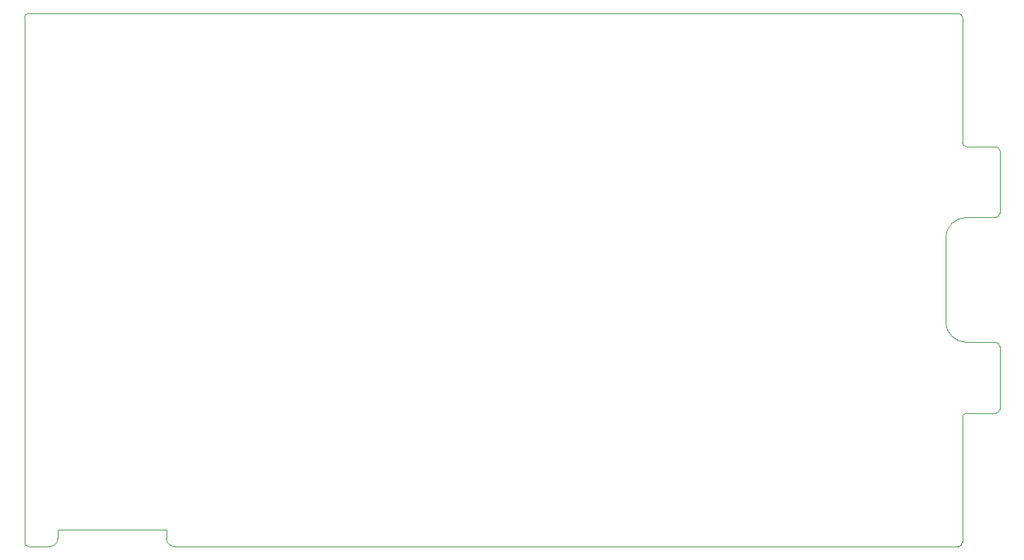
<source format=gm1>
G04 #@! TF.GenerationSoftware,KiCad,Pcbnew,(5.1.8)-1*
G04 #@! TF.CreationDate,2022-08-28T16:31:03+09:00*
G04 #@! TF.ProjectId,windsynth,77696e64-7379-46e7-9468-2e6b69636164,rev?*
G04 #@! TF.SameCoordinates,Original*
G04 #@! TF.FileFunction,Profile,NP*
%FSLAX46Y46*%
G04 Gerber Fmt 4.6, Leading zero omitted, Abs format (unit mm)*
G04 Created by KiCad (PCBNEW (5.1.8)-1) date 2022-08-28 16:31:03*
%MOMM*%
%LPD*%
G01*
G04 APERTURE LIST*
G04 #@! TA.AperFunction,Profile*
%ADD10C,0.050000*%
G04 #@! TD*
G04 APERTURE END LIST*
D10*
X239500000Y-100000000D02*
X239500000Y-107500000D01*
X235500000Y-108000000D02*
X239000000Y-108000000D01*
X235000000Y-108500000D02*
G75*
G02*
X235500000Y-108000000I500000J0D01*
G01*
X239500000Y-107500000D02*
G75*
G02*
X239000000Y-108000000I-500000J0D01*
G01*
X239000000Y-84500000D02*
X235500000Y-84500000D01*
X239000000Y-99500000D02*
X235500000Y-99500000D01*
X239000000Y-99500000D02*
G75*
G02*
X239500000Y-100000000I0J-500000D01*
G01*
X239500000Y-84000000D02*
G75*
G02*
X239000000Y-84500000I-500000J0D01*
G01*
X235500000Y-76000000D02*
X239000000Y-76000000D01*
X235000000Y-60500000D02*
X235000000Y-75500000D01*
X235500000Y-76000000D02*
G75*
G02*
X235000000Y-75500000I0J500000D01*
G01*
X239000000Y-76000000D02*
G75*
G02*
X239500000Y-76500000I0J-500000D01*
G01*
X235000000Y-123500000D02*
X235000000Y-108500000D01*
X233000000Y-87000000D02*
X233000000Y-97000000D01*
X235500000Y-99500000D02*
G75*
G02*
X233000000Y-97000000I0J2500000D01*
G01*
X233000000Y-87000000D02*
G75*
G02*
X235500000Y-84500000I2500000J0D01*
G01*
X125500000Y-124000000D02*
X123000000Y-124000000D01*
X126500000Y-123000000D02*
G75*
G02*
X125500000Y-124000000I-1000000J0D01*
G01*
X139500000Y-123000000D02*
X139500000Y-122000000D01*
X126500000Y-122000000D02*
X126500000Y-123000000D01*
X139500000Y-122000000D02*
X126500000Y-122000000D01*
X140500000Y-124000000D02*
G75*
G02*
X139500000Y-123000000I0J1000000D01*
G01*
X122500000Y-60500000D02*
X122500000Y-123500000D01*
X235000000Y-123500000D02*
G75*
G02*
X234500000Y-124000000I-500000J0D01*
G01*
X123000000Y-124000000D02*
G75*
G02*
X122500000Y-123500000I0J500000D01*
G01*
X122500000Y-60500000D02*
G75*
G02*
X123000000Y-60000000I500000J0D01*
G01*
X234500000Y-60000000D02*
G75*
G02*
X235000000Y-60500000I0J-500000D01*
G01*
X234500000Y-60000000D02*
X123000000Y-60000000D01*
X239500000Y-84000000D02*
X239500000Y-76500000D01*
X140500000Y-124000000D02*
X234500000Y-124000000D01*
M02*

</source>
